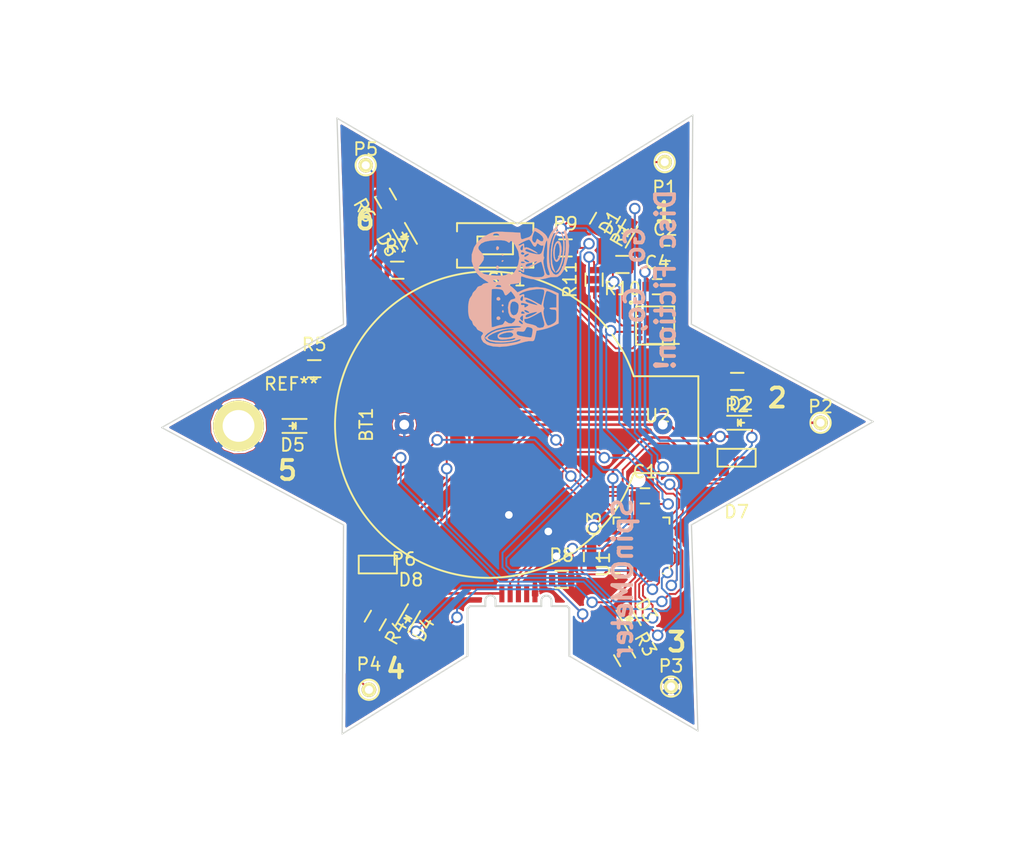
<source format=kicad_pcb>
(kicad_pcb (version 4) (host pcbnew 4.0.2+dfsg1-stable)
  (layers (0 F.Cu signal) (31 B.Cu signal) (34 B.Paste user) (35 F.Paste user) (36 B.SilkS user) (37 F.SilkS user) (38 B.Mask user) (39 F.Mask user) (44 Edge.Cuts user))
  (net 0 "")
  (net 1 +3V3)
  (net 2 GND)
  (net 3 ~MCLR)
  (net 4 "Net-(D2-Pad1)")
  (net 5 "Net-(D1-Pad1)")
  (net 6 "Net-(D3-Pad1)")
  (net 7 "Net-(D4-Pad1)")
  (net 8 "Net-(D5-Pad1)")
  (net 9 PGD)
  (net 10 PGC)
  (net 11 "Net-(D3-Pad2)")
  (net 12 "Net-(D2-Pad2)")
  (net 13 "Net-(D1-Pad2)")
  (net 14 "Net-(D4-Pad2)")
  (net 15 "Net-(D5-Pad2)")
  (net 16 "Net-(D6-Pad2)")
  (net 17 "Net-(D6-Pad1)")
  (net 18 +BATT)
  (net 19 "Net-(C1-Pad1)")
  (net 20 "Net-(C2-Pad1)")
  (net 21 "Net-(P6-Pad2)")
  (net 22 "Net-(P6-Pad3)")
  (net 23 "Net-(P6-Pad6)")
  (net 24 /~CS~)
  (net 25 /SDI)
  (net 26 /SCK)
  (net 27 /SDO)
  (net 28 "Net-(R9-Pad1)")
  (net 29 "Net-(R10-Pad1)")
  (net 30 "Net-(R11-Pad1)")
  (net 31 /VUSB)
  (net 32 /VMCU)
  (module CR2032Holder:CR2032_Holder_THT (layer F.Cu) (at 96.44 88.4 270)
    (fp_text reference BT1 (at 0 13.15 270) (layer F.SilkS))
    (fp_text value Battery)
    (pad 1 thru_hole circle (at 0 -10.16 270) (size 1.524 1.524) (drill 0.762) (layers *.Cu *.Mask) (net 18 +BATT))
    (pad 2 thru_hole circle (at 0 10.16 270) (size 1.524 1.524) (drill 0.762) (layers *.Cu *.Mask) (net 2 GND))
  )
  (module LEDs:LED_0603 (layer F.Cu) (at 77.5 88.5 180)
    (fp_text reference D5 (at 0 -1.5 180) (layer F.SilkS))
    (fp_text value LED)
    (pad 2 smd rect (at 0.7493 0) (size 0.79756 0.79756) (layers F.Cu F.Paste F.Mask) (net 15 "Net-(D5-Pad2)"))
    (pad 1 smd rect (at -0.7493 0) (size 0.79756 0.79756) (layers F.Cu F.Paste F.Mask) (net 8 "Net-(D5-Pad1)"))
  )
  (module LEDs:LED_0603 (layer F.Cu) (at 103.75 73.25 60)
    (fp_text reference D1 (at 0 -1.5 60) (layer F.SilkS))
    (fp_text value LED)
    (pad 2 smd rect (at 0.7493 0 240) (size 0.79756 0.79756) (layers F.Cu F.Paste F.Mask) (net 13 "Net-(D1-Pad2)"))
    (pad 1 smd rect (at -0.7493 0 240) (size 0.79756 0.79756) (layers F.Cu F.Paste F.Mask) (net 5 "Net-(D1-Pad1)"))
  )
  (module LEDs:LED_0603 (layer F.Cu) (at 112.7493 88.25)
    (fp_text reference D2 (at 0 -1.5) (layer F.SilkS))
    (fp_text value LED)
    (pad 2 smd rect (at 0.7493 0 180) (size 0.79756 0.79756) (layers F.Cu F.Paste F.Mask) (net 12 "Net-(D2-Pad2)"))
    (pad 1 smd rect (at -0.7493 0 180) (size 0.79756 0.79756) (layers F.Cu F.Paste F.Mask) (net 4 "Net-(D2-Pad1)"))
  )
  (module LEDs:LED_0603 (layer F.Cu) (at 104 103.75 300)
    (fp_text reference D3 (at 0 -1.5 300) (layer F.SilkS))
    (fp_text value LED)
    (pad 2 smd rect (at 0.7493 0 120) (size 0.79756 0.79756) (layers F.Cu F.Paste F.Mask) (net 11 "Net-(D3-Pad2)"))
    (pad 1 smd rect (at -0.7493 0 120) (size 0.79756 0.79756) (layers F.Cu F.Paste F.Mask) (net 6 "Net-(D3-Pad1)"))
  )
  (module LEDs:LED_0603 (layer F.Cu) (at 86.5 103.75 240)
    (fp_text reference D4 (at 0 -1.5 240) (layer F.SilkS))
    (fp_text value LED)
    (pad 2 smd rect (at 0.7493 0 60) (size 0.79756 0.79756) (layers F.Cu F.Paste F.Mask) (net 14 "Net-(D4-Pad2)"))
    (pad 1 smd rect (at -0.7493 0 60) (size 0.79756 0.79756) (layers F.Cu F.Paste F.Mask) (net 7 "Net-(D4-Pad1)"))
  )
  (module Connect:PINTST (layer F.Cu) (at 106.75 67.75)
    (fp_text reference P1 (at 0 2) (layer F.SilkS))
    (fp_text value CONN_01X01)
    (pad 1 thru_hole circle (at 0 0) (size 1.143 1.143) (drill 0.635) (layers *.Cu *.Mask F.SilkS) (net 3 ~MCLR))
  )
  (module Connect:PINTST (layer F.Cu) (at 119 88.25)
    (fp_text reference P2 (at 0 -1.26746) (layer F.SilkS))
    (fp_text value CONN_01X01)
    (pad 1 thru_hole circle (at 0 0) (size 1.143 1.143) (drill 0.635) (layers *.Cu *.Mask F.SilkS) (net 32 /VMCU))
  )
  (module Connect:PINTST (layer F.Cu) (at 107.25 109)
    (fp_text reference P3 (at 0 -1.61178) (layer F.SilkS))
    (fp_text value CONN_01X01)
    (pad 1 thru_hole circle (at 0 0) (size 1.143 1.143) (drill 0.635) (layers *.Cu *.Mask F.SilkS) (net 2 GND))
  )
  (module Connect:PINTST (layer F.Cu) (at 83.5 109.25)
    (fp_text reference P4 (at 0 -2) (layer F.SilkS))
    (fp_text value CONN_01X01)
    (pad 1 thru_hole circle (at 0 0) (size 1.143 1.143) (drill 0.635) (layers *.Cu *.Mask F.SilkS) (net 9 PGD))
  )
  (module Connect:PINTST (layer F.Cu) (at 83.25 68)
    (fp_text reference P5 (at 0 -1.26746) (layer F.SilkS))
    (fp_text value CONN_01X01)
    (pad 1 thru_hole circle (at 0 0) (size 1.143 1.143) (drill 0.635) (layers *.Cu *.Mask F.SilkS) (net 10 PGC))
  )
  (module LEDs:LED_0603 (layer F.Cu) (at 86.25 73.5 120)
    (fp_text reference D6 (at 0 -1.5 120) (layer F.SilkS))
    (fp_text value LED)
    (pad 2 smd rect (at 0.7493 0 300) (size 0.79756 0.79756) (layers F.Cu F.Paste F.Mask) (net 16 "Net-(D6-Pad2)"))
    (pad 1 smd rect (at -0.7493 0 300) (size 0.79756 0.79756) (layers F.Cu F.Paste F.Mask) (net 17 "Net-(D6-Pad1)"))
  )
  (module Capacitors_SMD:C_0603 (layer F.Cu) (at 101 98.8 90)
    (fp_text reference C3 (at 2.6 0.2 90) (layer F.SilkS))
    (fp_text value 100n)
    (pad 1 smd rect (at -0.75 0 90) (size 0.8 0.75) (layers F.Cu F.Paste F.Mask) (net 32 /VMCU))
    (pad 2 smd rect (at 0.75 0 90) (size 0.8 0.75) (layers F.Cu F.Paste F.Mask) (net 2 GND))
  )
  (module Resistors_SMD:R_0603 (layer F.Cu) (at 84 103.8 240)
    (fp_text reference R4 (at 0 -1.9 240) (layer F.SilkS))
    (fp_text value 330R)
    (pad 1 smd rect (at -0.75 0 240) (size 0.5 0.9) (layers F.Cu F.Paste F.Mask) (net 7 "Net-(D4-Pad1)"))
    (pad 2 smd rect (at 0.75 0 240) (size 0.5 0.9) (layers F.Cu F.Paste F.Mask) (net 2 GND))
  )
  (module Resistors_SMD:R_0603 (layer F.Cu) (at 84.8 70.6 120)
    (fp_text reference R6 (at 0 -1.9 120) (layer F.SilkS))
    (fp_text value 330R)
    (pad 1 smd rect (at -0.75 0 120) (size 0.5 0.9) (layers F.Cu F.Paste F.Mask) (net 17 "Net-(D6-Pad1)"))
    (pad 2 smd rect (at 0.75 0 120) (size 0.5 0.9) (layers F.Cu F.Paste F.Mask) (net 2 GND))
  )
  (module Resistors_SMD:R_0603 (layer F.Cu) (at 85.725 76.25)
    (fp_text reference R7 (at 0 -1.9) (layer F.SilkS))
    (fp_text value 10k)
    (pad 1 smd rect (at -0.75 0) (size 0.5 0.9) (layers F.Cu F.Paste F.Mask) (net 32 /VMCU))
    (pad 2 smd rect (at 0.75 0) (size 0.5 0.9) (layers F.Cu F.Paste F.Mask) (net 3 ~MCLR))
  )
  (module Resistors_SMD:R_0603 (layer F.Cu) (at 112.45 85 180)
    (fp_text reference R2 (at 0 -1.9 180) (layer F.SilkS))
    (fp_text value 330R)
    (pad 1 smd rect (at -0.75 0 180) (size 0.5 0.9) (layers F.Cu F.Paste F.Mask) (net 4 "Net-(D2-Pad1)"))
    (pad 2 smd rect (at 0.75 0 180) (size 0.5 0.9) (layers F.Cu F.Paste F.Mask) (net 2 GND))
  )
  (module Resistors_SMD:R_0603 (layer F.Cu) (at 101.7 72.5 240)
    (fp_text reference R1 (at 0 -1.9 240) (layer F.SilkS))
    (fp_text value 330R)
    (pad 1 smd rect (at -0.75 0 240) (size 0.5 0.9) (layers F.Cu F.Paste F.Mask) (net 5 "Net-(D1-Pad1)"))
    (pad 2 smd rect (at 0.75 0 240) (size 0.5 0.9) (layers F.Cu F.Paste F.Mask) (net 2 GND))
  )
  (module Resistors_SMD:R_0603 (layer F.Cu) (at 103.6 106.625 300)
    (fp_text reference R3 (at 0 -1.9 300) (layer F.SilkS))
    (fp_text value 330R)
    (pad 1 smd rect (at -0.75 0 300) (size 0.5 0.9) (layers F.Cu F.Paste F.Mask) (net 6 "Net-(D3-Pad1)"))
    (pad 2 smd rect (at 0.75 0 300) (size 0.5 0.9) (layers F.Cu F.Paste F.Mask) (net 2 GND))
  )
  (module Resistors_SMD:R_0603 (layer F.Cu) (at 79.2 84)
    (fp_text reference R5 (at 0 -1.9) (layer F.SilkS))
    (fp_text value 330R)
    (pad 1 smd rect (at -0.75 0) (size 0.5 0.9) (layers F.Cu F.Paste F.Mask) (net 8 "Net-(D5-Pad1)"))
    (pad 2 smd rect (at 0.75 0) (size 0.5 0.9) (layers F.Cu F.Paste F.Mask) (net 2 GND))
  )
  (module Mounting_Holes:MountingHole_3mm_Pad (layer F.Cu) (at 73.25 88.5)
    (fp_text reference REF** (at 4.15 -3.3) (layer F.SilkS))
    (fp_text value MountingHole_3mm_Pad)
    (pad 1 thru_hole circle (at 0 0) (size 4 4) (drill 2.5) (layers *.Cu *.Mask F.SilkS) (net 2 GND))
  )
  (module XmasStarLight:DF_Logo (layer B.Cu) (at 96.8 78 270)
    (fp_text reference G*** hide)
    (fp_text value LOGO hide)
  )
  (module Capacitors_SMD:C_0603 (layer F.Cu) (at 105.2 94)
    (fp_text reference C1 (at 0 -1.9) (layer F.SilkS))
    (fp_text value 100n)
    (pad 1 smd rect (at -0.75 0) (size 0.8 0.75) (layers F.Cu F.Paste F.Mask) (net 19 "Net-(C1-Pad1)"))
    (pad 2 smd rect (at 0.75 0) (size 0.8 0.75) (layers F.Cu F.Paste F.Mask) (net 2 GND))
  )
  (module Capacitors_SMD:C_0603 (layer F.Cu) (at 106.8 74.925)
    (fp_text reference C2 (at 0 -1.9) (layer F.SilkS))
    (fp_text value "10n 25V")
    (pad 1 smd rect (at -0.75 0) (size 0.8 0.75) (layers F.Cu F.Paste F.Mask) (net 20 "Net-(C2-Pad1)"))
    (pad 2 smd rect (at 0.75 0) (size 0.8 0.75) (layers F.Cu F.Paste F.Mask) (net 2 GND))
  )
  (module Capacitors_SMD:C_0603 (layer F.Cu) (at 106.15 77.55)
    (fp_text reference C4 (at 0 -1.9) (layer F.SilkS))
    (fp_text value 100n)
    (pad 1 smd rect (at -0.75 0) (size 0.8 0.75) (layers F.Cu F.Paste F.Mask) (net 1 +3V3))
    (pad 2 smd rect (at 0.75 0) (size 0.8 0.75) (layers F.Cu F.Paste F.Mask) (net 2 GND))
  )
  (module SpinOMeter:SOT23 (layer F.Cu) (at 112.4 91)
    (fp_text reference D7 (at 0 4.25) (layer F.SilkS))
    (fp_text value D_Schottky_x2_KCom_AAK)
    (pad 3 smd rect (at 0 -1) (size 0.8 0.9) (layers F.Cu F.Paste F.Mask) (net 1 +3V3))
    (pad 1 smd rect (at -1 1) (size 0.8 0.9) (layers F.Cu F.Paste F.Mask) (net 18 +BATT))
    (pad 2 smd rect (at 1 1) (size 0.8 0.9) (layers F.Cu F.Paste F.Mask) (net 19 "Net-(C1-Pad1)"))
  )
  (module SpinOMeter:SOT23 (layer F.Cu) (at 84.2 99.4)
    (fp_text reference D8 (at 2.6 1.2) (layer F.SilkS))
    (fp_text value D_Schottky_x2_KCom_AAK)
    (pad 3 smd rect (at 0 -1) (size 0.8 0.9) (layers F.Cu F.Paste F.Mask) (net 32 /VMCU))
    (pad 1 smd rect (at -1 1) (size 0.8 0.9) (layers F.Cu F.Paste F.Mask) (net 31 /VUSB))
    (pad 2 smd rect (at 1 1) (size 0.8 0.9) (layers F.Cu F.Paste F.Mask) (net 18 +BATT))
  )
  (module SpinOMeter:USB_Micro_B_PCB_Recessed (layer F.Cu) (at 95.25 104.975)
    (fp_text reference P6 (at -9 -6) (layer F.SilkS))
    (fp_text value USB_OTG)
    (pad 1 smd rect (at -1.3 -3.3) (size 0.4 1.4) (layers F.Cu F.Paste F.Mask) (net 31 /VUSB))
    (pad 2 smd rect (at -0.65 -3.3) (size 0.4 1.4) (layers F.Cu F.Paste F.Mask) (net 21 "Net-(P6-Pad2)"))
    (pad 3 smd rect (at 0 -3.3) (size 0.4 1.4) (layers F.Cu F.Paste F.Mask) (net 22 "Net-(P6-Pad3)"))
    (pad 4 smd rect (at 0.65 -3.3) (size 0.4 1.4) (layers F.Cu F.Paste F.Mask))
    (pad 5 smd rect (at 1.3 -3.3) (size 0.4 1.4) (layers F.Cu F.Paste F.Mask) (net 2 GND))
    (pad 6 smd rect (at -5.5 0.4) (size 2.2 2) (layers F.Cu F.Paste F.Mask) (net 23 "Net-(P6-Pad6)"))
    (pad 6 smd rect (at 5.5 0.4) (size 2.2 2) (layers F.Cu F.Paste F.Mask) (net 23 "Net-(P6-Pad6)"))
  )
  (module Resistors_SMD:R_0603 (layer F.Cu) (at 98.65 100.575)
    (fp_text reference R8 (at 0 -1.9) (layer F.SilkS))
    (fp_text value 1M)
    (pad 1 smd rect (at -0.75 0) (size 0.5 0.9) (layers F.Cu F.Paste F.Mask) (net 23 "Net-(P6-Pad6)"))
    (pad 2 smd rect (at 0.75 0) (size 0.5 0.9) (layers F.Cu F.Paste F.Mask) (net 2 GND))
  )
  (module Resistors_SMD:R_0603 (layer F.Cu) (at 98.95 74.5)
    (fp_text reference R9 (at 0 -1.9) (layer F.SilkS))
    (fp_text value 4k7)
    (pad 1 smd rect (at -0.75 0) (size 0.5 0.9) (layers F.Cu F.Paste F.Mask) (net 28 "Net-(R9-Pad1)"))
    (pad 2 smd rect (at 0.75 0) (size 0.5 0.9) (layers F.Cu F.Paste F.Mask) (net 24 /~CS~))
  )
  (module Resistors_SMD:R_0603 (layer F.Cu) (at 103.425 75.8 180)
    (fp_text reference R10 (at 0 -1.9 180) (layer F.SilkS))
    (fp_text value 4k7)
    (pad 1 smd rect (at -0.75 0 180) (size 0.5 0.9) (layers F.Cu F.Paste F.Mask) (net 29 "Net-(R10-Pad1)"))
    (pad 2 smd rect (at 0.75 0 180) (size 0.5 0.9) (layers F.Cu F.Paste F.Mask) (net 26 /SCK))
  )
  (module Resistors_SMD:R_0603 (layer F.Cu) (at 101.2 77 90)
    (fp_text reference R11 (at 0 -1.9 90) (layer F.SilkS))
    (fp_text value 4k7)
    (pad 1 smd rect (at -0.75 0 90) (size 0.5 0.9) (layers F.Cu F.Paste F.Mask) (net 30 "Net-(R11-Pad1)"))
    (pad 2 smd rect (at 0.75 0 90) (size 0.5 0.9) (layers F.Cu F.Paste F.Mask) (net 27 /SDO))
  )
  (module Buttons_Switches_SMD:SW_SPST_EVQPE1 (layer F.Cu) (at 93.425 74.3 180)
    (fp_text reference SW1 (at -0.9 -2.7 180) (layer F.SilkS))
    (fp_text value SW_PUSH)
    (pad 2 smd rect (at 2.7 0 180) (size 2 1.6) (layers F.Cu F.Paste F.Mask) (net 2 GND))
    (pad 1 smd rect (at -2.7 0 180) (size 2 1.6) (layers F.Cu F.Paste F.Mask) (net 3 ~MCLR))
  )
  (module SpinOMeter:QFN20_0.5mm_pitch (layer F.Cu) (at 104.925 97.9 90)
    (fp_text reference U1 (at -1.5 -3 90) (layer F.SilkS))
    (fp_text value 16F1459_QFN20)
    (pad EP smd rect (at 0 0 90) (size 2.5 2.5) (layers F.Cu F.Paste F.Mask))
    (pad 1 smd rect (at -2 -1 180) (size 0.3 0.8) (layers F.Cu F.Paste F.Mask) (net 3 ~MCLR))
    (pad 2 smd rect (at -2 -0.5 180) (size 0.3 0.8) (layers F.Cu F.Paste F.Mask) (net 14 "Net-(D4-Pad2)"))
    (pad 3 smd rect (at -2 0 180) (size 0.3 0.8) (layers F.Cu F.Paste F.Mask) (net 11 "Net-(D3-Pad2)"))
    (pad 4 smd rect (at -2 0.5 180) (size 0.3 0.8) (layers F.Cu F.Paste F.Mask) (net 12 "Net-(D2-Pad2)"))
    (pad 5 smd rect (at -2 1 180) (size 0.3 0.8) (layers F.Cu F.Paste F.Mask) (net 15 "Net-(D5-Pad2)"))
    (pad 7 smd rect (at -0.5 2 270) (size 0.3 0.8) (layers F.Cu F.Paste F.Mask) (net 16 "Net-(D6-Pad2)"))
    (pad 9 smd rect (at 0.5 2 270) (size 0.3 0.8) (layers F.Cu F.Paste F.Mask) (net 24 /~CS~))
    (pad 10 smd rect (at 1 2 270) (size 0.3 0.8) (layers F.Cu F.Paste F.Mask) (net 25 /SDI))
    (pad 8 smd rect (at 0 2 270) (size 0.3 0.8) (layers F.Cu F.Paste F.Mask) (net 26 /SCK))
    (pad 6 smd rect (at -1 2 270) (size 0.3 0.8) (layers F.Cu F.Paste F.Mask) (net 27 /SDO))
    (pad 13 smd rect (at 2 0) (size 0.3 0.8) (layers F.Cu F.Paste F.Mask) (net 9 PGD))
    (pad 14 smd rect (at 2 -0.5) (size 0.3 0.8) (layers F.Cu F.Paste F.Mask) (net 19 "Net-(C1-Pad1)"))
    (pad 11 smd rect (at 2 1) (size 0.3 0.8) (layers F.Cu F.Paste F.Mask) (net 13 "Net-(D1-Pad2)"))
    (pad 12 smd rect (at 2 0.5) (size 0.3 0.8) (layers F.Cu F.Paste F.Mask) (net 10 PGC))
    (pad 15 smd rect (at 2 -1) (size 0.3 0.8) (layers F.Cu F.Paste F.Mask) (net 21 "Net-(P6-Pad2)"))
    (pad 18 smd rect (at 0 -2 90) (size 0.3 0.8) (layers F.Cu F.Paste F.Mask) (net 32 /VMCU))
    (pad 19 smd rect (at -0.5 -2 90) (size 0.3 0.8) (layers F.Cu F.Paste F.Mask))
    (pad 16 smd rect (at 1 -2 90) (size 0.3 0.8) (layers F.Cu F.Paste F.Mask) (net 22 "Net-(P6-Pad3)"))
    (pad 17 smd rect (at 0.5 -2 90) (size 0.3 0.8) (layers F.Cu F.Paste F.Mask) (net 2 GND))
    (pad 20 smd rect (at -1 -2 90) (size 0.3 0.8) (layers F.Cu F.Paste F.Mask))
  )
  (module SpinOMeter:LGA16_3x3x1 (layer F.Cu) (at 106 80.6)
    (fp_text reference U2 (at 0.2 7.1) (layer F.SilkS))
    (fp_text value L3GD20H)
    (pad 1 smd rect (at -1.3 -1) (size 0.6 0.35) (layers F.Cu F.Paste F.Mask) (net 1 +3V3))
    (pad 5 smd rect (at -1.3 1) (size 0.6 0.35) (layers F.Cu F.Paste F.Mask) (net 28 "Net-(R9-Pad1)"))
    (pad 6 smd rect (at -0.5 1.3 90) (size 0.6 0.35) (layers F.Cu F.Paste F.Mask))
    (pad 8 smd rect (at 0.5 1.3 90) (size 0.6 0.35) (layers F.Cu F.Paste F.Mask) (net 2 GND))
    (pad 7 smd rect (at 0 1.3 90) (size 0.6 0.35) (layers F.Cu F.Paste F.Mask))
    (pad 2 smd rect (at -1.3 -0.5) (size 0.6 0.35) (layers F.Cu F.Paste F.Mask) (net 29 "Net-(R10-Pad1)"))
    (pad 3 smd rect (at -1.3 0) (size 0.6 0.35) (layers F.Cu F.Paste F.Mask) (net 30 "Net-(R11-Pad1)"))
    (pad 4 smd rect (at -1.3 0.5) (size 0.6 0.35) (layers F.Cu F.Paste F.Mask) (net 25 /SDI))
    (pad 11 smd rect (at 1.3 0 180) (size 0.6 0.35) (layers F.Cu F.Paste F.Mask) (net 2 GND))
    (pad 9 smd rect (at 1.3 1 180) (size 0.6 0.35) (layers F.Cu F.Paste F.Mask) (net 2 GND))
    (pad 13 smd rect (at 1.3 -1 180) (size 0.6 0.35) (layers F.Cu F.Paste F.Mask) (net 2 GND))
    (pad 14 smd rect (at 0.5 -1.3 270) (size 0.6 0.35) (layers F.Cu F.Paste F.Mask) (net 20 "Net-(C2-Pad1)"))
    (pad 16 smd rect (at -0.5 -1.3 270) (size 0.6 0.35) (layers F.Cu F.Paste F.Mask) (net 1 +3V3))
    (pad 15 smd rect (at 0 -1.3 270) (size 0.6 0.35) (layers F.Cu F.Paste F.Mask) (net 1 +3V3))
    (pad 10 smd rect (at 1.3 0.5 180) (size 0.6 0.35) (layers F.Cu F.Paste F.Mask) (net 2 GND))
    (pad 12 smd rect (at 1.3 -0.5 180) (size 0.6 0.35) (layers F.Cu F.Paste F.Mask) (net 2 GND))
  )
  (gr_arc (start 93.050886 102.223392) (end 92.650886 102.223392) (angle 183.8140748) (layer Edge.Cuts) (width 0.15))
  (gr_arc (start 97.45 102.25) (end 97.05 102.25) (angle 183.8140748) (layer Edge.Cuts) (width 0.15))
  (gr_line (start 97.85 102.675) (end 99.075 102.675) (layer Edge.Cuts) (width 0.15))
  (gr_line (start 97.85 102.275) (end 97.85 102.675) (layer Edge.Cuts) (width 0.15))
  (gr_line (start 97.05 102.675) (end 97.05 102.25) (layer Edge.Cuts) (width 0.15))
  (gr_line (start 93.45 102.675) (end 97.05 102.675) (layer Edge.Cuts) (width 0.15))
  (gr_line (start 93.45 102.675) (end 93.45 102.25) (layer Edge.Cuts) (width 0.15))
  (gr_line (start 92.65 102.675) (end 92.65 102.225) (layer Edge.Cuts) (width 0.15))
  (gr_line (start 91.45 102.675) (end 92.65 102.675) (layer Edge.Cuts) (width 0.15))
  (gr_text 5 (at 77.1 92) (layer F.SilkS) (effects (font (size 1.5 1.5) (thickness 0.3))))
  (gr_text 4 (at 85.6 107.6) (layer F.SilkS) (effects (font (size 1.5 1.5) (thickness 0.3))))
  (gr_text 3 (at 107.7 105.5) (layer F.SilkS) (effects (font (size 1.5 1.5) (thickness 0.3))))
  (gr_text 2 (at 115.6 86.3) (layer F.SilkS) (effects (font (size 1.5 1.5) (thickness 0.3))))
  (gr_text 1 (at 106.7 71.7) (layer F.SilkS) (effects (font (size 1.5 1.5) (thickness 0.3))))
  (gr_text 6 (at 83.2 72.3) (layer F.SilkS) (effects (font (size 1.5 1.5) (thickness 0.3))))
  (gr_text SpinOMeter (at 103.45 100.475 90) (layer B.SilkS) (effects (font (size 1.5 1.5) (thickness 0.3)) (justify mirror)))
  (gr_line (start 99.25 102.85) (end 99.25 106.6) (layer Edge.Cuts) (width 0.15))
  (gr_line (start 99.075 102.675) (end 99.25 102.85) (layer Edge.Cuts) (width 0.15))
  (gr_line (start 91.25 102.875) (end 91.45 102.675) (layer Edge.Cuts) (width 0.15))
  (gr_line (start 91.25 106.6) (end 91.25 102.875) (layer Edge.Cuts) (width 0.15))
  (gr_text "Go, Go,\nDisc Fiction!" (at 105.6 77 90) (layer B.SilkS) (effects (font (size 1.5 1.5) (thickness 0.3)) (justify mirror)))
  (gr_line (start 80.989192 64.290896) (end 80.989192 64.290896) (layer Edge.Cuts) (width 0.1))
  (gr_line (start 80.989192 64.290896) (end 95.173398 72.603073) (layer Edge.Cuts) (width 0.1))
  (gr_line (start 108.955489 64.056151) (end 108.849036 80.496122) (layer Edge.Cuts) (width 0.1))
  (gr_line (start 109.362079 112.495198) (end 99.25 106.6) (layer Edge.Cuts) (width 0.1))
  (gr_line (start 108.851271 96.286094) (end 109.362079 112.495198) (layer Edge.Cuts) (width 0.1))
  (gr_line (start 123.141935 88.158304) (end 108.851271 96.286094) (layer Edge.Cuts) (width 0.1))
  (gr_line (start 108.849036 80.496122) (end 123.141935 88.158304) (layer Edge.Cuts) (width 0.1))
  (gr_line (start 95.173398 72.603073) (end 108.955489 64.056151) (layer Edge.Cuts) (width 0.1))
  (gr_line (start 81.502238 96.289972) (end 67.209339 88.627791) (layer Edge.Cuts) (width 0.1))
  (gr_line (start 91.25 106.6) (end 81.395781 112.729944) (layer Edge.Cuts) (width 0.1))
  (gr_line (start 67.209339 88.627791) (end 81.5 80.5) (layer Edge.Cuts) (width 0.1))
  (gr_line (start 81.395781 112.729944) (end 81.502238 96.289972) (layer Edge.Cuts) (width 0.1))
  (gr_line (start 81.5 80.5) (end 80.989192 64.290896) (layer Edge.Cuts) (width 0.1))
  (segment (start 104.95 78.8) (end 104.7 79.05) (width 0.2) (layer F.Cu) (net 1))
  (segment (start 104.7 79.05) (end 104.7 79.6) (width 0.2) (layer F.Cu) (net 1))
  (segment (start 105.45 78.8) (end 104.95 78.8) (width 0.2) (layer F.Cu) (net 1))
  (segment (start 106 79.3) (end 105.5 79.3) (width 0.2) (layer F.Cu) (net 1))
  (segment (start 105.45 79.25) (end 105.5 79.3) (width 0.2) (layer F.Cu) (net 1))
  (segment (start 105.675 78.8) (end 105.45 78.8) (width 0.2) (layer F.Cu) (net 1))
  (segment (start 105.45 78.8) (end 105.45 79.25) (width 0.2) (layer F.Cu) (net 1))
  (segment (start 105.95 78.8) (end 106 78.85) (width 0.2) (layer F.Cu) (net 1))
  (segment (start 106 78.85) (end 106 79.3) (width 0.2) (layer F.Cu) (net 1))
  (segment (start 105.675 78.8) (end 105.95 78.8) (width 0.2) (layer F.Cu) (net 1))
  (segment (start 111.110694 89.334696) (end 111.734696 89.334696) (width 0.2) (layer F.Cu) (net 1))
  (segment (start 111.734696 89.334696) (end 112.4 90) (width 0.2) (layer F.Cu) (net 1))
  (segment (start 110.474298 89.334696) (end 111.110694 89.334696) (width 0.2) (layer B.Cu) (net 1))
  (segment (start 110.144436 89.664558) (end 110.474298 89.334696) (width 0.2) (layer B.Cu) (net 1))
  (segment (start 106.366796 89.664558) (end 110.144436 89.664558) (width 0.2) (layer B.Cu) (net 1))
  (segment (start 105.2 88.497762) (end 106.366796 89.664558) (width 0.2) (layer B.Cu) (net 1))
  (segment (start 105.2 76.4) (end 105.2 88.497762) (width 0.2) (layer B.Cu) (net 1))
  (via (at 111.110694 89.334696) (size 0.9) (drill 0.6) (layers F.Cu B.Cu) (net 1))
  (segment (start 105.2 76.775) (end 105.2 76.4) (width 0.2) (layer F.Cu) (net 1))
  (via (at 105.2 76.4) (size 0.9) (drill 0.6) (layers F.Cu B.Cu) (net 1))
  (segment (start 105.4 77.55) (end 105.4 76.975) (width 0.2) (layer F.Cu) (net 1))
  (segment (start 105.4 76.975) (end 105.2 76.775) (width 0.2) (layer F.Cu) (net 1))
  (segment (start 105.675 78.8) (end 105.675 77.825) (width 0.2) (layer F.Cu) (net 1))
  (segment (start 105.675 77.825) (end 105.4 77.55) (width 0.2) (layer F.Cu) (net 1))
  (segment (start 105.574004 77.724004) (end 105.4 77.55) (width 0.2) (layer F.Cu) (net 1))
  (segment (start 98.25 98.75) (end 98.25 97.45) (width 0.2) (layer B.Cu) (net 2))
  (segment (start 98.25 97.45) (end 97.6 96.8) (width 0.2) (layer B.Cu) (net 2))
  (segment (start 98.25 99.075) (end 98.25 98.75) (width 0.2) (layer F.Cu) (net 2))
  (via (at 98.25 98.75) (size 0.9) (drill 0.6) (layers F.Cu B.Cu) (net 2))
  (segment (start 96.55 101.675) (end 96.55 100.775) (width 0.2) (layer F.Cu) (net 2))
  (segment (start 96.55 100.775) (end 98.25 99.075) (width 0.2) (layer F.Cu) (net 2))
  (segment (start 95.8 96.8) (end 97.6 96.8) (width 0.2) (layer F.Cu) (net 2))
  (via (at 97.6 96.8) (size 0.9) (drill 0.6) (layers F.Cu B.Cu) (net 2))
  (segment (start 94.5 95.5) (end 95.8 96.8) (width 0.2) (layer F.Cu) (net 2))
  (segment (start 89.29763 90.29763) (end 94.5 95.5) (width 0.2) (layer B.Cu) (net 2))
  (via (at 94.5 95.5) (size 0.9) (drill 0.6) (layers F.Cu B.Cu) (net 2))
  (segment (start 87.1 90.29763) (end 89.29763 90.29763) (width 0.2) (layer B.Cu) (net 2))
  (segment (start 86.28 88.4) (end 86.28 89.47763) (width 0.2) (layer B.Cu) (net 2))
  (segment (start 86.28 89.47763) (end 87.1 90.29763) (width 0.2) (layer B.Cu) (net 2))
  (segment (start 107.6 82.4) (end 106.975 82.4) (width 0.2) (layer F.Cu) (net 2))
  (segment (start 107.8 82.2) (end 107.6 82.4) (width 0.2) (layer F.Cu) (net 2))
  (segment (start 106.975 78.8) (end 107.6 78.8) (width 0.2) (layer F.Cu) (net 2))
  (segment (start 107.6 78.8) (end 107.8 79) (width 0.2) (layer F.Cu) (net 2))
  (segment (start 107.8 79) (end 107.8 82.2) (width 0.2) (layer F.Cu) (net 2))
  (segment (start 106.975 78.2) (end 106.975 78.8) (width 0.2) (layer F.Cu) (net 2))
  (segment (start 106.9 77.55) (end 106.9 78.125) (width 0.2) (layer F.Cu) (net 2))
  (segment (start 106.9 78.125) (end 106.975 78.2) (width 0.2) (layer F.Cu) (net 2))
  (segment (start 106.874004 77.575996) (end 106.9 77.55) (width 0.2) (layer F.Cu) (net 2))
  (segment (start 101.855841 98.144159) (end 99.50222 98.144159) (width 0.15) (layer B.Cu) (net 3))
  (segment (start 100.581182 72.95) (end 101.475 73.843818) (width 0.15) (layer B.Cu) (net 3))
  (segment (start 104.2 95.8) (end 101.855841 98.144159) (width 0.15) (layer B.Cu) (net 3))
  (segment (start 103.352585 92.408556) (end 104.2 93.255971) (width 0.15) (layer B.Cu) (net 3))
  (segment (start 103.352585 92.300989) (end 103.352585 92.408556) (width 0.15) (layer B.Cu) (net 3))
  (segment (start 101.319417 91.319417) (end 101.949989 91.949989) (width 0.15) (layer B.Cu) (net 3))
  (segment (start 103.001585 91.949989) (end 103.352585 92.300989) (width 0.15) (layer B.Cu) (net 3))
  (segment (start 101.949989 91.949989) (end 103.001585 91.949989) (width 0.15) (layer B.Cu) (net 3))
  (segment (start 101.319417 75.880583) (end 101.319417 91.319417) (width 0.15) (layer B.Cu) (net 3))
  (segment (start 101.475 75.725) (end 101.319417 75.880583) (width 0.15) (layer B.Cu) (net 3))
  (segment (start 101.475 73.843818) (end 101.475 75.725) (width 0.15) (layer B.Cu) (net 3))
  (segment (start 98.625 72.95) (end 100.581182 72.95) (width 0.15) (layer B.Cu) (net 3))
  (segment (start 104.2 93.255971) (end 104.2 95.8) (width 0.15) (layer B.Cu) (net 3))
  (segment (start 99.50222 98.780555) (end 99.50222 98.144159) (width 0.15) (layer F.Cu) (net 3))
  (segment (start 101.95 100.175001) (end 100.450008 100.175001) (width 0.15) (layer F.Cu) (net 3))
  (segment (start 100.200008 99.478343) (end 99.50222 98.780555) (width 0.15) (layer F.Cu) (net 3))
  (segment (start 100.200008 99.925001) (end 100.200008 99.478343) (width 0.15) (layer F.Cu) (net 3))
  (segment (start 102.225001 99.9) (end 101.95 100.175001) (width 0.15) (layer F.Cu) (net 3))
  (segment (start 100.450008 100.175001) (end 100.200008 99.925001) (width 0.15) (layer F.Cu) (net 3))
  (segment (start 103.925 99.9) (end 102.225001 99.9) (width 0.15) (layer F.Cu) (net 3))
  (via (at 99.50222 98.144159) (size 0.9) (drill 0.6) (layers F.Cu B.Cu) (net 3))
  (segment (start 96.125 74.3) (end 96.125 75.25) (width 0.15) (layer F.Cu) (net 3))
  (segment (start 96.125 75.25) (end 95.125 76.25) (width 0.15) (layer F.Cu) (net 3))
  (segment (start 95.125 76.25) (end 86.475 76.25) (width 0.15) (layer F.Cu) (net 3))
  (segment (start 101.325 70.25) (end 98.625 72.95) (width 0.15) (layer F.Cu) (net 3))
  (segment (start 98.625 72.95) (end 97.275 74.3) (width 0.15) (layer F.Cu) (net 3))
  (via (at 98.625 72.95) (size 0.9) (drill 0.6) (layers F.Cu B.Cu) (net 3))
  (segment (start 106.75 67.75) (end 105.941777 67.75) (width 0.15) (layer F.Cu) (net 3))
  (segment (start 105.941777 67.75) (end 103.441777 70.25) (width 0.15) (layer F.Cu) (net 3))
  (segment (start 103.441777 70.25) (end 101.325 70.25) (width 0.15) (layer F.Cu) (net 3))
  (segment (start 97.275 74.3) (end 96.125 74.3) (width 0.15) (layer F.Cu) (net 3))
  (segment (start 113.2 85) (end 113.2 87.05) (width 0.15) (layer F.Cu) (net 4))
  (segment (start 113.2 87.05) (end 112 88.25) (width 0.15) (layer F.Cu) (net 4))
  (segment (start 102.075 71.850481) (end 102.075 72.598563) (width 0.15) (layer F.Cu) (net 5))
  (segment (start 102.075 72.598563) (end 103.37535 73.898913) (width 0.15) (layer F.Cu) (net 5))
  (segment (start 103.62535 103.101087) (end 103.225 103.501437) (width 0.15) (layer F.Cu) (net 6))
  (segment (start 103.225 103.501437) (end 103.225 105.975481) (width 0.15) (layer F.Cu) (net 6))
  (segment (start 84.375 103.150481) (end 86.825256 103.150481) (width 0.15) (layer F.Cu) (net 7))
  (segment (start 86.825256 103.150481) (end 86.87465 103.101087) (width 0.15) (layer F.Cu) (net 7))
  (segment (start 78.2493 88.5) (end 78.2493 84.2007) (width 0.15) (layer F.Cu) (net 8))
  (segment (start 78.2493 84.2007) (end 78.45 84) (width 0.15) (layer F.Cu) (net 8))
  (segment (start 104.925 95.9) (end 104.925 95.35) (width 0.15) (layer F.Cu) (net 9))
  (segment (start 103.570009 93.699989) (end 100.623279 93.699989) (width 0.15) (layer F.Cu) (net 9))
  (segment (start 104.925 95.35) (end 105.075001 95.199999) (width 0.15) (layer F.Cu) (net 9))
  (segment (start 105.075001 95.199999) (end 105.075001 93.444999) (width 0.15) (layer F.Cu) (net 9))
  (segment (start 105.030001 93.399999) (end 103.869998 93.399999) (width 0.15) (layer F.Cu) (net 9))
  (segment (start 105.075001 93.444999) (end 105.030001 93.399999) (width 0.15) (layer F.Cu) (net 9))
  (segment (start 103.869998 93.399999) (end 103.570009 93.699989) (width 0.15) (layer F.Cu) (net 9))
  (segment (start 100.623279 93.699989) (end 99.372201 92.448911) (width 0.15) (layer F.Cu) (net 9))
  (segment (start 96.52091 89.59762) (end 88.863158 89.59762) (width 0.15) (layer B.Cu) (net 9))
  (via (at 88.863158 89.59762) (size 0.9) (drill 0.6) (layers F.Cu B.Cu) (net 9))
  (segment (start 99.372201 92.448911) (end 96.52091 89.59762) (width 0.15) (layer B.Cu) (net 9))
  (segment (start 83.5 109.25) (end 81.875 107.625) (width 0.15) (layer F.Cu) (net 9))
  (segment (start 81.875 96.585778) (end 88.863158 89.59762) (width 0.15) (layer F.Cu) (net 9))
  (segment (start 81.875 107.625) (end 81.875 96.585778) (width 0.15) (layer F.Cu) (net 9))
  (via (at 99.372201 92.448911) (size 0.9) (drill 0.6) (layers F.Cu B.Cu) (net 9))
  (segment (start 106.57498 93.675978) (end 106.57498 94.193028) (width 0.15) (layer B.Cu) (net 10))
  (segment (start 106.57498 94.193028) (end 107.024979 94.643027) (width 0.15) (layer B.Cu) (net 10))
  (segment (start 103.899002 91) (end 106.57498 93.675978) (width 0.15) (layer B.Cu) (net 10))
  (segment (start 102 91) (end 103.899002 91) (width 0.15) (layer B.Cu) (net 10))
  (segment (start 106.131973 94.643027) (end 107.024979 94.643027) (width 0.15) (layer F.Cu) (net 10))
  (via (at 107.024979 94.643027) (size 0.9) (drill 0.6) (layers F.Cu B.Cu) (net 10))
  (segment (start 105.425 95.9) (end 105.425 95.35) (width 0.15) (layer F.Cu) (net 10))
  (segment (start 105.425 95.35) (end 106.131973 94.643027) (width 0.15) (layer F.Cu) (net 10))
  (segment (start 98.2 89.6) (end 83.821499 75.221499) (width 0.15) (layer B.Cu) (net 10))
  (segment (start 83.25 68) (end 83.821499 68.571499) (width 0.15) (layer B.Cu) (net 10))
  (segment (start 83.821499 68.571499) (end 83.821499 75.221499) (width 0.15) (layer B.Cu) (net 10))
  (segment (start 99.150001 90.550001) (end 98.2 89.6) (width 0.15) (layer F.Cu) (net 10))
  (via (at 98.2 89.6) (size 0.9) (drill 0.6) (layers F.Cu B.Cu) (net 10))
  (segment (start 102 91) (end 101.550001 90.550001) (width 0.15) (layer F.Cu) (net 10))
  (segment (start 101.550001 90.550001) (end 99.150001 90.550001) (width 0.15) (layer F.Cu) (net 10))
  (via (at 102 91) (size 0.9) (drill 0.6) (layers F.Cu B.Cu) (net 10))
  (segment (start 83.413322 68.013322) (end 83.263322 68.013322) (width 0.25) (layer F.Cu) (net 10))
  (segment (start 83.263322 68.013322) (end 83.25 68) (width 0.25) (layer F.Cu) (net 10))
  (segment (start 104.450945 103.762147) (end 104.37465 103.838442) (width 0.15) (layer F.Cu) (net 11))
  (segment (start 104.37465 103.838442) (end 104.37465 104.398913) (width 0.15) (layer F.Cu) (net 11))
  (segment (start 104.925 100.344491) (end 104.441412 100.828079) (width 0.15) (layer F.Cu) (net 11))
  (segment (start 104.441412 102.097528) (end 104.450945 102.107061) (width 0.15) (layer F.Cu) (net 11))
  (segment (start 104.450945 102.107061) (end 104.450945 103.762147) (width 0.15) (layer F.Cu) (net 11))
  (segment (start 104.925 99.9) (end 104.925 100.344491) (width 0.15) (layer F.Cu) (net 11))
  (segment (start 104.441412 100.828079) (end 104.441412 102.097528) (width 0.15) (layer F.Cu) (net 11))
  (segment (start 108 95.636396) (end 108 103.161957) (width 0.15) (layer B.Cu) (net 12))
  (segment (start 108 103.161957) (end 106.196023 104.965934) (width 0.15) (layer B.Cu) (net 12))
  (segment (start 113.6 89.4) (end 113.6 90.036396) (width 0.15) (layer B.Cu) (net 12))
  (segment (start 113.6 90.036396) (end 108 95.636396) (width 0.15) (layer B.Cu) (net 12))
  (segment (start 105.017958 103.787869) (end 106.196023 104.965934) (width 0.15) (layer F.Cu) (net 12))
  (segment (start 105.017958 102.249795) (end 105.017958 103.787869) (width 0.15) (layer F.Cu) (net 12))
  (segment (start 104.741423 101.97326) (end 105.017958 102.249795) (width 0.15) (layer F.Cu) (net 12))
  (segment (start 105.425 99.9) (end 105.425 100.268769) (width 0.15) (layer F.Cu) (net 12))
  (segment (start 104.741423 100.952346) (end 104.741423 101.97326) (width 0.15) (layer F.Cu) (net 12))
  (segment (start 105.425 100.268769) (end 104.741423 100.952346) (width 0.15) (layer F.Cu) (net 12))
  (via (at 106.196023 104.965934) (size 0.9) (drill 0.6) (layers F.Cu B.Cu) (net 12))
  (segment (start 113.6 89.4) (end 113.6 88.3514) (width 0.15) (layer F.Cu) (net 12))
  (segment (start 113.6 88.3514) (end 113.4986 88.25) (width 0.15) (layer F.Cu) (net 12))
  (via (at 113.6 89.4) (size 0.9) (drill 0.6) (layers F.Cu B.Cu) (net 12))
  (segment (start 106.175404 93.120725) (end 106.175404 92.178038) (width 0.15) (layer F.Cu) (net 13))
  (segment (start 106.881876 93.827197) (end 106.175404 93.120725) (width 0.15) (layer F.Cu) (net 13))
  (segment (start 107.426201 93.827197) (end 106.881876 93.827197) (width 0.15) (layer F.Cu) (net 13))
  (segment (start 105.925 95.9) (end 106.899004 95.9) (width 0.15) (layer F.Cu) (net 13))
  (segment (start 106.899004 95.9) (end 107.875002 94.924002) (width 0.15) (layer F.Cu) (net 13))
  (segment (start 107.875002 94.275998) (end 107.426201 93.827197) (width 0.15) (layer F.Cu) (net 13))
  (segment (start 107.875002 94.924002) (end 107.875002 94.275998) (width 0.15) (layer F.Cu) (net 13))
  (segment (start 106.175404 92.178038) (end 106.625403 91.728039) (width 0.15) (layer F.Cu) (net 13))
  (segment (start 106.175404 90.803078) (end 106.175404 91.27804) (width 0.15) (layer B.Cu) (net 13))
  (segment (start 104.4 89.027674) (end 106.175404 90.803078) (width 0.15) (layer B.Cu) (net 13))
  (segment (start 104.4 71.4) (end 104.4 89.027674) (width 0.15) (layer B.Cu) (net 13))
  (segment (start 106.175404 91.27804) (end 106.625403 91.728039) (width 0.15) (layer B.Cu) (net 13))
  (via (at 106.625403 91.728039) (size 0.9) (drill 0.6) (layers F.Cu B.Cu) (net 13))
  (segment (start 104.4 71.4) (end 104.4 72.325737) (width 0.15) (layer F.Cu) (net 13))
  (segment (start 104.4 72.325737) (end 104.12465 72.601087) (width 0.15) (layer F.Cu) (net 13))
  (via (at 104.4 71.4) (size 0.9) (drill 0.6) (layers F.Cu B.Cu) (net 13))
  (segment (start 90.800011 101.049989) (end 87.2 104.65) (width 0.15) (layer B.Cu) (net 14))
  (segment (start 99.722543 101.049989) (end 90.800011 101.049989) (width 0.15) (layer B.Cu) (net 14))
  (segment (start 101.042975 102.370421) (end 99.722543 101.049989) (width 0.15) (layer B.Cu) (net 14))
  (segment (start 102.474791 102.370421) (end 101.042975 102.370421) (width 0.15) (layer F.Cu) (net 14))
  (segment (start 104.425 100.420212) (end 102.474791 102.370421) (width 0.15) (layer F.Cu) (net 14))
  (segment (start 104.425 99.9) (end 104.425 100.420212) (width 0.15) (layer F.Cu) (net 14))
  (via (at 101.042975 102.370421) (size 0.9) (drill 0.6) (layers F.Cu B.Cu) (net 14))
  (segment (start 87.2 104.65) (end 86.376437 104.65) (width 0.15) (layer F.Cu) (net 14))
  (segment (start 86.376437 104.65) (end 86.12535 104.398913) (width 0.15) (layer F.Cu) (net 14))
  (via (at 87.2 104.65) (size 0.9) (drill 0.6) (layers F.Cu B.Cu) (net 14))
  (segment (start 100.377144 100.749978) (end 93.777141 100.749978) (width 0.15) (layer B.Cu) (net 15))
  (segment (start 105.8 103.6) (end 103.227166 103.6) (width 0.15) (layer B.Cu) (net 15))
  (segment (start 86 92.972837) (end 86 91) (width 0.15) (layer B.Cu) (net 15))
  (segment (start 93.777141 100.749978) (end 86 92.972837) (width 0.15) (layer B.Cu) (net 15))
  (segment (start 103.227166 103.6) (end 100.377144 100.749978) (width 0.15) (layer B.Cu) (net 15))
  (segment (start 105.041434 101.848992) (end 105.8 102.607558) (width 0.15) (layer F.Cu) (net 15))
  (segment (start 105.041434 101.076614) (end 105.041434 101.848992) (width 0.15) (layer F.Cu) (net 15))
  (segment (start 105.925 100.45) (end 105.699572 100.675428) (width 0.15) (layer F.Cu) (net 15))
  (segment (start 105.925 99.9) (end 105.925 100.45) (width 0.15) (layer F.Cu) (net 15))
  (segment (start 105.699572 100.675428) (end 105.44262 100.675428) (width 0.15) (layer F.Cu) (net 15))
  (segment (start 105.44262 100.675428) (end 105.041434 101.076614) (width 0.15) (layer F.Cu) (net 15))
  (segment (start 105.8 102.607558) (end 105.8 103.6) (width 0.15) (layer F.Cu) (net 15))
  (segment (start 86 91) (end 78.70192 91) (width 0.15) (layer F.Cu) (net 15))
  (segment (start 78.70192 91) (end 76.7507 89.04878) (width 0.15) (layer F.Cu) (net 15))
  (segment (start 76.7507 89.04878) (end 76.7507 88.5) (width 0.15) (layer F.Cu) (net 15))
  (via (at 86 91) (size 0.9) (drill 0.6) (layers F.Cu B.Cu) (net 15))
  (via (at 105.8 103.6) (size 0.9) (drill 0.6) (layers F.Cu B.Cu) (net 15))
  (segment (start 100.501411 100.449967) (end 93.901409 100.449967) (width 0.15) (layer B.Cu) (net 16))
  (segment (start 102.951433 102.899989) (end 100.501411 100.449967) (width 0.15) (layer B.Cu) (net 16))
  (segment (start 89.614932 96.16349) (end 89.614932 91.863778) (width 0.15) (layer B.Cu) (net 16))
  (segment (start 106.975007 100.033884) (end 106.525008 100.483883) (width 0.15) (layer B.Cu) (net 16))
  (segment (start 106.525008 100.483883) (end 106.525008 101.265864) (width 0.15) (layer B.Cu) (net 16))
  (segment (start 106.912328 103.063394) (end 106.262396 103.063394) (width 0.15) (layer B.Cu) (net 16))
  (segment (start 106.262396 103.063394) (end 106.098991 102.899989) (width 0.15) (layer B.Cu) (net 16))
  (segment (start 106.525008 101.265864) (end 107.200471 101.941327) (width 0.15) (layer B.Cu) (net 16))
  (segment (start 107.200471 101.941327) (end 107.200471 102.775251) (width 0.15) (layer B.Cu) (net 16))
  (segment (start 106.098991 102.899989) (end 102.951433 102.899989) (width 0.15) (layer B.Cu) (net 16))
  (segment (start 107.200471 102.775251) (end 106.912328 103.063394) (width 0.15) (layer B.Cu) (net 16))
  (segment (start 93.901409 100.449967) (end 89.614932 96.16349) (width 0.15) (layer B.Cu) (net 16))
  (via (at 89.614932 91.863778) (size 0.9) (drill 0.6) (layers F.Cu B.Cu) (net 16))
  (segment (start 83.35 75.376437) (end 83.35 83.438634) (width 0.15) (layer F.Cu) (net 16))
  (segment (start 85.87535 72.851087) (end 83.35 75.376437) (width 0.15) (layer F.Cu) (net 16))
  (segment (start 83.35 83.438634) (end 88.833984 88.922618) (width 0.15) (layer F.Cu) (net 16))
  (segment (start 88.833984 88.922618) (end 89.18716 88.922618) (width 0.15) (layer F.Cu) (net 16))
  (segment (start 89.18716 88.922618) (end 89.614932 89.35039) (width 0.15) (layer F.Cu) (net 16))
  (segment (start 89.614932 89.35039) (end 89.614932 91.863778) (width 0.15) (layer F.Cu) (net 16))
  (segment (start 106.975007 99.804995) (end 106.975007 100.033884) (width 0.15) (layer F.Cu) (net 16))
  (segment (start 107.380002 98.4) (end 107.550001 98.569999) (width 0.15) (layer F.Cu) (net 16))
  (segment (start 107.550001 98.569999) (end 107.550001 99.230001) (width 0.15) (layer F.Cu) (net 16))
  (segment (start 107.550001 99.230001) (end 106.975007 99.804995) (width 0.15) (layer F.Cu) (net 16))
  (segment (start 106.925 98.4) (end 107.380002 98.4) (width 0.15) (layer F.Cu) (net 16))
  (via (at 106.975007 100.033884) (size 0.9) (drill 0.6) (layers F.Cu B.Cu) (net 16))
  (segment (start 86.62465 74.148913) (end 86.987287 73.786276) (width 0.15) (layer F.Cu) (net 17))
  (segment (start 86.987287 73.786276) (end 86.987287 72.461808) (width 0.15) (layer F.Cu) (net 17))
  (segment (start 86.987287 72.461808) (end 85.774998 71.249519) (width 0.15) (layer F.Cu) (net 17))
  (segment (start 85.774998 71.249519) (end 85.175 71.249519) (width 0.15) (layer F.Cu) (net 17))
  (segment (start 110.75 92) (end 107.15 88.4) (width 0.2) (layer F.Cu) (net 18))
  (segment (start 110.75 92) (end 111.4 92) (width 0.2) (layer F.Cu) (net 18))
  (segment (start 106.6 88.4) (end 96.675 88.4) (width 0.2) (layer F.Cu) (net 18))
  (segment (start 96.675 88.4) (end 85.25 99.825) (width 0.2) (layer F.Cu) (net 18))
  (segment (start 85.25 100.35) (end 85.2 100.4) (width 0.2) (layer F.Cu) (net 18))
  (segment (start 85.25 99.825) (end 85.25 100.35) (width 0.2) (layer F.Cu) (net 18))
  (segment (start 107.15 88.4) (end 106.6 88.4) (width 0.2) (layer F.Cu) (net 18))
  (segment (start 106.75 88.25) (end 106.6 88.4) (width 0.25) (layer B.Cu) (net 18))
  (segment (start 103.2 93.3) (end 103.445741 93.054259) (width 0.15) (layer F.Cu) (net 19))
  (segment (start 103.445741 93.054259) (end 103.445741 91.954259) (width 0.15) (layer F.Cu) (net 19))
  (segment (start 101.2 93.3) (end 103.2 93.3) (width 0.15) (layer F.Cu) (net 19))
  (segment (start 99.696203 91.796203) (end 101.2 93.3) (width 0.15) (layer F.Cu) (net 19))
  (segment (start 99.696203 91.773909) (end 99.696203 91.796203) (width 0.15) (layer F.Cu) (net 19))
  (segment (start 107.027503 89.887136) (end 105.512864 89.887136) (width 0.15) (layer F.Cu) (net 19))
  (segment (start 113.4 92) (end 113.4 92.05) (width 0.15) (layer F.Cu) (net 19))
  (segment (start 113.4 92.05) (end 112.424989 93.025011) (width 0.15) (layer F.Cu) (net 19))
  (segment (start 112.424989 93.025011) (end 110.165378 93.025011) (width 0.15) (layer F.Cu) (net 19))
  (segment (start 110.165378 93.025011) (end 107.027503 89.887136) (width 0.15) (layer F.Cu) (net 19))
  (segment (start 105.512864 89.887136) (end 103.445741 91.954259) (width 0.15) (layer F.Cu) (net 19))
  (segment (start 99.048199 91.773909) (end 98.697199 92.124909) (width 0.15) (layer F.Cu) (net 19))
  (segment (start 98.697199 92.8) (end 99.897199 94) (width 0.15) (layer F.Cu) (net 19))
  (segment (start 98.697199 92.124909) (end 98.697199 92.8) (width 0.15) (layer F.Cu) (net 19))
  (segment (start 99.696203 91.773909) (end 99.048199 91.773909) (width 0.15) (layer F.Cu) (net 19))
  (segment (start 99.897199 94) (end 104.45 94) (width 0.15) (layer F.Cu) (net 19))
  (segment (start 104.425 95.9) (end 104.425 94.025) (width 0.15) (layer F.Cu) (net 19))
  (segment (start 106.05 78.025) (end 106.5 78.475) (width 0.15) (layer F.Cu) (net 20))
  (segment (start 106.5 78.475) (end 106.5 79.3) (width 0.15) (layer F.Cu) (net 20))
  (segment (start 106.05 78.025) (end 106.05 74.925) (width 0.15) (layer F.Cu) (net 20))
  (segment (start 106.074004 74.949004) (end 106.05 74.925) (width 0.15) (layer F.Cu) (net 20))
  (segment (start 94.6 100.825) (end 100.774967 94.650033) (width 0.15) (layer F.Cu) (net 21))
  (segment (start 100.774967 94.650033) (end 102.375033 94.650033) (width 0.15) (layer F.Cu) (net 21))
  (segment (start 102.375033 94.650033) (end 103.625 95.9) (width 0.15) (layer F.Cu) (net 21))
  (segment (start 94.6 101.675) (end 94.6 100.825) (width 0.15) (layer F.Cu) (net 21))
  (segment (start 103.625 95.9) (end 103.925 95.9) (width 0.15) (layer F.Cu) (net 21))
  (segment (start 100.899235 94.950044) (end 95.25 100.599279) (width 0.15) (layer F.Cu) (net 22))
  (segment (start 102.925 96.9) (end 102.925 96.6) (width 0.15) (layer F.Cu) (net 22))
  (segment (start 103.0835 96.4415) (end 103.0835 95.834087) (width 0.15) (layer F.Cu) (net 22))
  (segment (start 102.199457 94.950044) (end 100.899235 94.950044) (width 0.15) (layer F.Cu) (net 22))
  (segment (start 102.925 96.6) (end 103.0835 96.4415) (width 0.15) (layer F.Cu) (net 22))
  (segment (start 103.0835 95.834087) (end 102.199457 94.950044) (width 0.15) (layer F.Cu) (net 22))
  (segment (start 95.25 100.599279) (end 95.25 101.675) (width 0.15) (layer F.Cu) (net 22))
  (segment (start 100.3 103.3) (end 98.35 101.35) (width 0.15) (layer B.Cu) (net 23))
  (segment (start 98.35 101.35) (end 91.988604 101.35) (width 0.15) (layer B.Cu) (net 23))
  (segment (start 91.988604 101.35) (end 90.425 102.913604) (width 0.15) (layer B.Cu) (net 23))
  (segment (start 90.425 102.913604) (end 90.425 103.55) (width 0.15) (layer B.Cu) (net 23))
  (segment (start 100.3 103.3) (end 97.9 100.9) (width 0.15) (layer F.Cu) (net 23))
  (segment (start 97.9 100.9) (end 97.9 100.575) (width 0.15) (layer F.Cu) (net 23))
  (segment (start 100.3 103.3) (end 100.3 104.925) (width 0.15) (layer F.Cu) (net 23))
  (segment (start 100.3 104.925) (end 100.75 105.375) (width 0.15) (layer F.Cu) (net 23))
  (via (at 100.3 103.3) (size 0.9) (drill 0.6) (layers F.Cu B.Cu) (net 23))
  (via (at 90.425 103.55) (size 0.9) (drill 0.6) (layers F.Cu B.Cu) (net 23))
  (segment (start 89.75 105.375) (end 89.75 104.225) (width 0.15) (layer F.Cu) (net 23))
  (segment (start 89.75 104.225) (end 90.425 103.55) (width 0.15) (layer F.Cu) (net 23))
  (segment (start 99.075732 93.399989) (end 99.375732 93.399989) (width 0.15) (layer B.Cu) (net 24))
  (segment (start 100.625678 100.149956) (end 94.525677 100.149956) (width 0.15) (layer B.Cu) (net 24))
  (segment (start 93.999989 98.475732) (end 99.075732 93.399989) (width 0.15) (layer B.Cu) (net 24))
  (segment (start 100.124119 74.842895) (end 100.799597 74.167417) (width 0.15) (layer B.Cu) (net 24))
  (segment (start 100.124119 92.651603) (end 100.124119 74.842895) (width 0.15) (layer B.Cu) (net 24))
  (segment (start 94.525677 100.149956) (end 93.999989 99.624268) (width 0.15) (layer B.Cu) (net 24))
  (segment (start 106.525461 102.308238) (end 102.78396 102.308238) (width 0.15) (layer B.Cu) (net 24))
  (segment (start 99.375732 93.399989) (end 100.124119 92.651603) (width 0.15) (layer B.Cu) (net 24))
  (segment (start 102.78396 102.308238) (end 100.625678 100.149956) (width 0.15) (layer B.Cu) (net 24))
  (segment (start 93.999989 99.624268) (end 93.999989 98.475732) (width 0.15) (layer B.Cu) (net 24))
  (segment (start 108.150022 98.321463) (end 108.150019 101.16043) (width 0.15) (layer F.Cu) (net 24))
  (segment (start 107.475 97.4) (end 107.875 97.8) (width 0.15) (layer F.Cu) (net 24))
  (segment (start 107.875 97.8) (end 107.875 98.046441) (width 0.15) (layer F.Cu) (net 24))
  (segment (start 107.875 98.046441) (end 108.150022 98.321463) (width 0.15) (layer F.Cu) (net 24))
  (segment (start 108.150019 101.16043) (end 107.593776 101.716673) (width 0.15) (layer F.Cu) (net 24))
  (segment (start 107.593776 101.716673) (end 107.117026 101.716673) (width 0.15) (layer F.Cu) (net 24))
  (segment (start 107.117026 101.716673) (end 106.525461 102.308238) (width 0.15) (layer F.Cu) (net 24))
  (via (at 106.525461 102.308238) (size 0.9) (drill 0.6) (layers F.Cu B.Cu) (net 24))
  (segment (start 106.925 97.4) (end 107.475 97.4) (width 0.15) (layer F.Cu) (net 24))
  (segment (start 100.467014 74.5) (end 100.799597 74.167417) (width 0.15) (layer F.Cu) (net 24))
  (segment (start 99.7 74.5) (end 100.467014 74.5) (width 0.15) (layer F.Cu) (net 24))
  (via (at 100.799597 74.167417) (size 0.9) (drill 0.6) (layers F.Cu B.Cu) (net 24))
  (segment (start 104.7 81.1) (end 102.6 81.1) (width 0.15) (layer F.Cu) (net 25))
  (segment (start 102.6 81.1) (end 102.5 81) (width 0.15) (layer F.Cu) (net 25))
  (via (at 102.5 81) (size 0.9) (drill 0.6) (layers F.Cu B.Cu) (net 25))
  (segment (start 102.156664 81.343336) (end 102.5 81) (width 0.15) (layer B.Cu) (net 25))
  (segment (start 102.156664 88.743864) (end 102.156664 81.343336) (width 0.15) (layer B.Cu) (net 25))
  (segment (start 106.925 96.9) (end 106.925 96.6) (width 0.15) (layer F.Cu) (net 25))
  (segment (start 108.175013 95.349987) (end 108.175013 94.125817) (width 0.15) (layer F.Cu) (net 25))
  (segment (start 102.156664 88.743864) (end 106.506853 93.094053) (width 0.15) (layer B.Cu) (net 25))
  (segment (start 108.175013 94.125817) (end 107.143249 93.094053) (width 0.15) (layer F.Cu) (net 25))
  (segment (start 106.506853 93.094053) (end 107.143249 93.094053) (width 0.15) (layer B.Cu) (net 25))
  (via (at 107.143249 93.094053) (size 0.9) (drill 0.6) (layers F.Cu B.Cu) (net 25))
  (segment (start 106.925 96.6) (end 108.175013 95.349987) (width 0.15) (layer F.Cu) (net 25))
  (segment (start 107.699989 100.611458) (end 107.269775 101.041672) (width 0.15) (layer B.Cu) (net 26))
  (segment (start 107.69999 93.475732) (end 107.699989 95.512128) (width 0.15) (layer B.Cu) (net 26))
  (segment (start 107.699989 95.512128) (end 107.699989 100.611458) (width 0.15) (layer B.Cu) (net 26))
  (segment (start 107.875001 93.30072) (end 107.69999 93.475732) (width 0.15) (layer B.Cu) (net 26))
  (segment (start 105.727972 91.788422) (end 106.35083 92.41128) (width 0.15) (layer B.Cu) (net 26))
  (segment (start 107.875001 92.810628) (end 107.875001 93.30072) (width 0.15) (layer B.Cu) (net 26))
  (segment (start 106.35083 92.41128) (end 107.475653 92.41128) (width 0.15) (layer B.Cu) (net 26))
  (segment (start 107.475653 92.41128) (end 107.875001 92.810628) (width 0.15) (layer B.Cu) (net 26))
  (segment (start 103.175 88.258727) (end 105.727972 90.811699) (width 0.15) (layer B.Cu) (net 26))
  (segment (start 105.727972 90.811699) (end 105.727972 91.788422) (width 0.15) (layer B.Cu) (net 26))
  (segment (start 103.175 81.324004) (end 103.175 88.258727) (width 0.15) (layer B.Cu) (net 26))
  (segment (start 103.199999 81.299005) (end 103.175 81.324004) (width 0.15) (layer B.Cu) (net 26))
  (segment (start 103.199999 77.599999) (end 103.199999 81.299005) (width 0.15) (layer B.Cu) (net 26))
  (segment (start 102.75 77.15) (end 103.199999 77.599999) (width 0.15) (layer B.Cu) (net 26))
  (segment (start 107.304282 97.9) (end 107.850012 98.445731) (width 0.15) (layer F.Cu) (net 26))
  (segment (start 106.925 97.9) (end 107.304282 97.9) (width 0.15) (layer F.Cu) (net 26))
  (segment (start 107.850012 98.445731) (end 107.850012 99.354269) (width 0.15) (layer F.Cu) (net 26))
  (segment (start 107.850012 99.354269) (end 107.699989 99.504292) (width 0.15) (layer F.Cu) (net 26))
  (segment (start 107.699989 99.504292) (end 107.699989 100.611458) (width 0.15) (layer F.Cu) (net 26))
  (segment (start 107.699989 100.611458) (end 107.269775 101.041672) (width 0.15) (layer F.Cu) (net 26))
  (via (at 107.269775 101.041672) (size 0.9) (drill 0.6) (layers F.Cu B.Cu) (net 26))
  (segment (start 102.675 77.075) (end 102.75 77.15) (width 0.15) (layer F.Cu) (net 26))
  (via (at 102.75 77.15) (size 0.9) (drill 0.6) (layers F.Cu B.Cu) (net 26))
  (segment (start 102.675 75.8) (end 102.675 77.075) (width 0.15) (layer F.Cu) (net 26))
  (segment (start 101.2 76.25) (end 101.2 75.61744) (width 0.15) (layer F.Cu) (net 27))
  (segment (start 101.2 75.61744) (end 100.79998 75.21742) (width 0.15) (layer F.Cu) (net 27))
  (segment (start 100.79998 92.40002) (end 100.79998 75.21742) (width 0.15) (layer B.Cu) (net 27))
  (segment (start 105.789408 101.35043) (end 104.288923 99.849945) (width 0.15) (layer B.Cu) (net 27))
  (segment (start 94.3 98.9) (end 100.79998 92.40002) (width 0.15) (layer B.Cu) (net 27))
  (segment (start 104.288923 99.849945) (end 94.649945 99.849945) (width 0.15) (layer B.Cu) (net 27))
  (segment (start 94.3 99.5) (end 94.3 98.9) (width 0.15) (layer B.Cu) (net 27))
  (segment (start 94.649945 99.849945) (end 94.3 99.5) (width 0.15) (layer B.Cu) (net 27))
  (via (at 105.789408 101.35043) (size 0.9) (drill 0.6) (layers F.Cu B.Cu) (net 27))
  (segment (start 106.300001 100.839837) (end 105.789408 101.35043) (width 0.15) (layer F.Cu) (net 27))
  (segment (start 106.925 98.9) (end 106.300001 99.524999) (width 0.15) (layer F.Cu) (net 27))
  (segment (start 106.300001 99.524999) (end 106.300001 100.839837) (width 0.15) (layer F.Cu) (net 27))
  (via (at 100.79998 75.21742) (size 0.9) (drill 0.6) (layers F.Cu B.Cu) (net 27))
  (segment (start 104.7 81.6) (end 104.7 81.925) (width 0.15) (layer F.Cu) (net 28))
  (segment (start 104.7 81.925) (end 104.225 82.4) (width 0.15) (layer F.Cu) (net 28))
  (segment (start 104.225 82.4) (end 102.900998 82.4) (width 0.15) (layer F.Cu) (net 28))
  (segment (start 102.900998 82.4) (end 98.2 77.699002) (width 0.15) (layer F.Cu) (net 28))
  (segment (start 98.2 77.699002) (end 98.2 74.5) (width 0.15) (layer F.Cu) (net 28))
  (segment (start 104.7 80.1) (end 103.525 80.1) (width 0.15) (layer F.Cu) (net 29))
  (segment (start 103.525 80.1) (end 103.425001 80.000001) (width 0.15) (layer F.Cu) (net 29))
  (segment (start 104.175 75.8) (end 104.175 76.4) (width 0.15) (layer F.Cu) (net 29))
  (segment (start 104.175 76.4) (end 103.425001 77.149999) (width 0.15) (layer F.Cu) (net 29))
  (segment (start 103.425001 77.149999) (end 103.425001 80.000001) (width 0.15) (layer F.Cu) (net 29))
  (segment (start 104.7 80.6) (end 103.375 80.6) (width 0.15) (layer F.Cu) (net 30))
  (segment (start 103.375 80.6) (end 101.2 78.425) (width 0.15) (layer F.Cu) (net 30))
  (segment (start 101.2 77.75) (end 101.2 78.425) (width 0.15) (layer F.Cu) (net 30))
  (segment (start 93.95 101.675) (end 83.475 101.675) (width 0.2) (layer F.Cu) (net 31))
  (segment (start 83.475 101.675) (end 83.2 101.4) (width 0.2) (layer F.Cu) (net 31))
  (segment (start 83.2 101.4) (end 83.2 100.4) (width 0.2) (layer F.Cu) (net 31))
  (segment (start 112.3 91.2) (end 112.5 91) (width 0.2) (layer F.Cu) (net 32))
  (segment (start 112.5 91) (end 113.4 91) (width 0.2) (layer F.Cu) (net 32))
  (segment (start 113.4 91) (end 116.15 88.25) (width 0.2) (layer F.Cu) (net 32))
  (segment (start 116.15 88.25) (end 119 88.25) (width 0.2) (layer F.Cu) (net 32))
  (segment (start 102.677584 94.975537) (end 102.677584 92.62499) (width 0.2) (layer B.Cu) (net 32))
  (segment (start 101.162838 96.490283) (end 102.677584 94.975537) (width 0.2) (layer B.Cu) (net 32))
  (segment (start 105.4 89.562125) (end 105.104053 89.562125) (width 0.2) (layer F.Cu) (net 32))
  (segment (start 105.104053 89.562125) (end 102.677584 91.988594) (width 0.2) (layer F.Cu) (net 32))
  (via (at 102.677584 92.62499) (size 0.9) (drill 0.6) (layers F.Cu B.Cu) (net 32))
  (segment (start 102.677584 91.988594) (end 102.677584 92.62499) (width 0.2) (layer F.Cu) (net 32))
  (segment (start 107.587999 87.387999) (end 111.2 91) (width 0.2) (layer F.Cu) (net 32))
  (segment (start 112.1 91) (end 112.3 91.2) (width 0.2) (layer F.Cu) (net 32))
  (segment (start 111.2 91) (end 112.1 91) (width 0.2) (layer F.Cu) (net 32))
  (segment (start 91.4 89.279631) (end 93.266632 87.412999) (width 0.2) (layer F.Cu) (net 32))
  (segment (start 93.266632 87.412999) (end 95.537999 87.412999) (width 0.2) (layer F.Cu) (net 32))
  (segment (start 95.537999 87.412999) (end 95.562999 87.387999) (width 0.2) (layer F.Cu) (net 32))
  (segment (start 95.562999 87.387999) (end 107.587999 87.387999) (width 0.2) (layer F.Cu) (net 32))
  (segment (start 112.3 91.2) (end 112.3 92.400002) (width 0.2) (layer F.Cu) (net 32))
  (segment (start 112.3 92.400002) (end 112.000001 92.700001) (width 0.2) (layer F.Cu) (net 32))
  (segment (start 112.000001 92.700001) (end 110.300001 92.700001) (width 0.2) (layer F.Cu) (net 32))
  (segment (start 110.300001 92.700001) (end 107.4 89.8) (width 0.2) (layer F.Cu) (net 32))
  (segment (start 100.363833 97.289288) (end 101.162838 96.490283) (width 0.2) (layer F.Cu) (net 32))
  (segment (start 101 99.525) (end 100.363833 98.888833) (width 0.2) (layer F.Cu) (net 32))
  (segment (start 100.363833 98.888833) (end 100.363833 97.289288) (width 0.2) (layer F.Cu) (net 32))
  (via (at 101.162838 96.490283) (size 0.9) (drill 0.6) (layers F.Cu B.Cu) (net 32))
  (segment (start 101 99.55) (end 101 99.525) (width 0.2) (layer F.Cu) (net 32))
  (segment (start 102.925 97.9) (end 102.15 97.9) (width 0.2) (layer F.Cu) (net 32))
  (segment (start 101.85 99.275) (end 101.575 99.55) (width 0.2) (layer F.Cu) (net 32))
  (segment (start 101.575 99.55) (end 101 99.55) (width 0.2) (layer F.Cu) (net 32))
  (segment (start 102.15 97.9) (end 101.85 98.2) (width 0.2) (layer F.Cu) (net 32))
  (segment (start 101.85 98.2) (end 101.85 99.275) (width 0.2) (layer F.Cu) (net 32))
  (segment (start 107.012001 89.412001) (end 107.4 89.8) (width 0.2) (layer F.Cu) (net 32))
  (segment (start 107.4 89.8) (end 107.012001 89.412001) (width 0.2) (layer F.Cu) (net 32))
  (segment (start 107.012001 89.412001) (end 105.550124 89.412001) (width 0.2) (layer F.Cu) (net 32))
  (segment (start 105.550124 89.412001) (end 105.4 89.562125) (width 0.2) (layer F.Cu) (net 32))
  (segment (start 84.2 98.4) (end 84.2 98.35) (width 0.2) (layer F.Cu) (net 32))
  (segment (start 84.2 98.35) (end 91.4 91.15) (width 0.2) (layer F.Cu) (net 32))
  (segment (start 91.4 91.15) (end 91.4 89.279631) (width 0.2) (layer F.Cu) (net 32))
  (segment (start 91.4 89.279631) (end 84.975 82.854631) (width 0.2) (layer F.Cu) (net 32))
  (segment (start 84.975 82.854631) (end 84.975 76.25) (width 0.2) (layer F.Cu) (net 32))
  (zone (net 2) (net_name GND) (layer F.Cu) (connect_pads (clearance 0.2)) (min_thickness 0.15) (fill yes (arc_segments 16) (thermal_gap 0.15) (thermal_bridge_width 0.508))
    (polygon (pts (xy 60.5 55) (xy 135 55) (xy 135 120) (xy 61.5 120) (xy 55 120) (xy 55 55) (xy 60 55)))
  )
  (zone (net 2) (net_name GND) (layer B.Cu) (connect_pads (clearance 0.2)) (min_thickness 0.15) (fill yes (arc_segments 16) (thermal_gap 0.2) (thermal_bridge_width 0.508))
    (polygon (pts (xy 60 121.305373) (xy 134.5 121.305373) (xy 134.5 56.305373) (xy 61 56.305373) (xy 54.5 56.305373) (xy 54.5 121.305373) (xy 59.5 121.305373)))
  )
)
</source>
